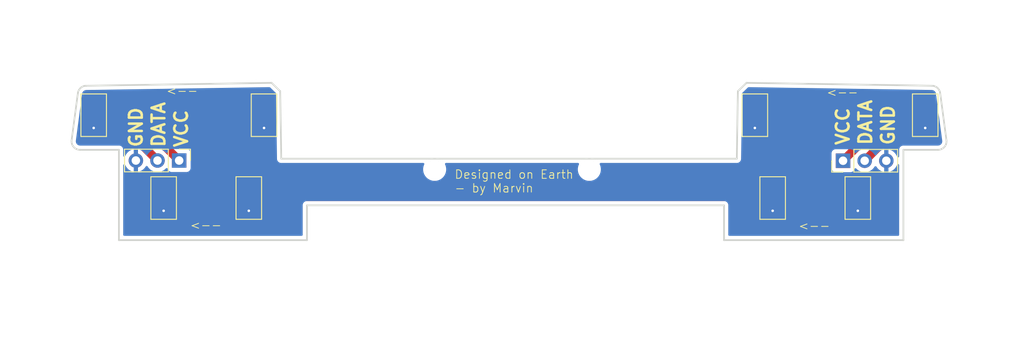
<source format=kicad_pcb>
(kicad_pcb (version 20241229) (generator "pcbnew") (generator_version "9.0")
  (layers (0 "F.Cu" signal) (2 "B.Cu" signal) (13 "F.Paste" user) (15 "B.Paste" user) (5 "F.SilkS" user "F.Silkscreen") (7 "B.SilkS" user "B.Silkscreen") (1 "F.Mask" user) (3 "B.Mask" user) (25 "Edge.Cuts" user))
  (net 0 "")
  (net 1 "Net-(J1-Pin_1)")
  (net 2 "GND")
  (net 3 "Net-(J1-Pin_2)")
  (net 4 "Net-(J2-Pin_1)")
  (net 5 "Net-(J2-Pin_2)")
  (net 6 "Net-(J4-Pin_2)")
  (net 7 "Net-(J4-Pin_1)")
  (net 8 "Net-(J5-Pin_1)")
  (net 9 "Net-(J5-Pin_2)")
  (net 10 "Net-(J6-Pin_1)")
  (net 11 "Net-(J6-Pin_2)")
  (footprint "Connector_PinHeader_2.54mm:PinHeader_1x03_P2.54mm_Vertical" (layer "F.Cu") (at 179.2628 50.1142 90)
    (property "Reference" "J9" (hide yes))
    (property "Value" "Conn_01x03_Pin" (hide yes))
    (fp_line (start -1.33 -1.33) (end 0 -1.33) (stroke (width 0.12)) (layer "F.SilkS"))
    (fp_line (start -1.33 0) (end -1.33 -1.33) (stroke (width 0.12)) (layer "F.SilkS"))
    (fp_line (start 1.33 1.27) (end 1.33 6.41) (stroke (width 0.12)) (layer "F.SilkS"))
    (fp_line (start -1.33 1.27) (end 1.33 1.27) (stroke (width 0.12)) (layer "F.SilkS"))
    (fp_line (start -1.33 1.27) (end -1.33 6.41) (stroke (width 0.12)) (layer "F.SilkS"))
    (fp_line (start -1.33 6.41) (end 1.33 6.41) (stroke (width 0.12)) (layer "F.SilkS"))
    (pad "1" thru_hole rect (at 0 0 90) (size 1.7 1.7) (drill 1) (layers "*.Cu" "*.Mask") (net 10 "Net-(J6-Pin_1)"))
    (pad "2" thru_hole oval (at 0 2.54 90) (size 1.7 1.7) (drill 1) (layers "*.Cu" "*.Mask") (net 11 "Net-(J6-Pin_2)"))
    (pad "3" thru_hole oval (at 0 5.08 90) (size 1.7 1.7) (drill 1) (layers "*.Cu" "*.Mask") (net 2 "GND"))
  )
  (footprint "ws2812:led_pads" (layer "F.Cu") (at 168.91 44.7628 -90)
    (property "Reference" "J5" (hide yes))
    (property "Value" "Conn_01x03_Pin" (hide yes))
    (fp_line (start -2.5 1.5) (end -2.5 -1.5) (stroke (width 0.12)) (layer "F.SilkS"))
    (fp_line (start 2.5 1.5) (end -2.5 1.5) (stroke (width 0.12)) (layer "F.SilkS"))
    (fp_line (start -2.5 -1.5) (end 2.5 -1.5) (stroke (width 0.12)) (layer "F.SilkS"))
    (fp_line (start 2.5 -1.5) (end 2.5 1.5) (stroke (width 0.12)) (layer "F.SilkS"))
    (pad "1" smd rect (at -1.5 0 270) (size 1 2) (layers "F.Cu" "F.Mask" "F.Paste") (net 8 "Net-(J5-Pin_1)"))
    (pad "2" smd rect (at 0 0 270) (size 1 2) (layers "F.Cu" "F.Mask" "F.Paste") (net 9 "Net-(J5-Pin_2)"))
    (pad "3" smd rect (at 1.5 0 270) (size 1 2) (layers "F.Cu" "F.Mask" "F.Paste") (net 2 "GND"))
  )
  (footprint "ws2812:led_pads" (layer "F.Cu") (at 109.5 54.5 -90)
    (property "Reference" "J4" (hide yes))
    (property "Value" "Conn_01x03_Pin" (hide yes))
    (fp_line (start -2.5 1.5) (end -2.5 -1.5) (stroke (width 0.12)) (layer "F.SilkS"))
    (fp_line (start 2.5 1.5) (end -2.5 1.5) (stroke (width 0.12)) (layer "F.SilkS"))
    (fp_line (start -2.5 -1.5) (end 2.5 -1.5) (stroke (width 0.12)) (layer "F.SilkS"))
    (fp_line (start 2.5 -1.5) (end 2.5 1.5) (stroke (width 0.12)) (layer "F.SilkS"))
    (pad "1" smd rect (at -1.5 0 270) (size 1 2) (layers "F.Cu" "F.Mask" "F.Paste") (net 7 "Net-(J4-Pin_1)"))
    (pad "2" smd rect (at 0 0 270) (size 1 2) (layers "F.Cu" "F.Mask" "F.Paste") (net 6 "Net-(J4-Pin_2)"))
    (pad "3" smd rect (at 1.5 0 270) (size 1 2) (layers "F.Cu" "F.Mask" "F.Paste") (net 2 "GND"))
  )
  (footprint "ws2812:led_pads" (layer "F.Cu") (at 171 54.5 -90)
    (property "Reference" "J7" (hide yes))
    (property "Value" "Conn_01x03_Pin" (hide yes))
    (fp_line (start -2.5 1.5) (end -2.5 -1.5) (stroke (width 0.12)) (layer "F.SilkS"))
    (fp_line (start 2.5 1.5) (end -2.5 1.5) (stroke (width 0.12)) (layer "F.SilkS"))
    (fp_line (start -2.5 -1.5) (end 2.5 -1.5) (stroke (width 0.12)) (layer "F.SilkS"))
    (fp_line (start 2.5 -1.5) (end 2.5 1.5) (stroke (width 0.12)) (layer "F.SilkS"))
    (pad "1" smd rect (at -1.5 0 270) (size 1 2) (layers "F.Cu" "F.Mask" "F.Paste") (net 7 "Net-(J4-Pin_1)"))
    (pad "2" smd rect (at 0 0 270) (size 1 2) (layers "F.Cu" "F.Mask" "F.Paste") (net 6 "Net-(J4-Pin_2)"))
    (pad "3" smd rect (at 1.5 0 270) (size 1 2) (layers "F.Cu" "F.Mask" "F.Paste") (net 2 "GND"))
  )
  (footprint "ws2812:led_pads" (layer "F.Cu") (at 99.5 54.5 -90)
    (property "Reference" "J3" (hide yes))
    (property "Value" "Conn_01x03_Pin" (hide yes))
    (fp_line (start -2.5 1.5) (end -2.5 -1.5) (stroke (width 0.12)) (layer "F.SilkS"))
    (fp_line (start 2.5 1.5) (end -2.5 1.5) (stroke (width 0.12)) (layer "F.SilkS"))
    (fp_line (start -2.5 -1.5) (end 2.5 -1.5) (stroke (width 0.12)) (layer "F.SilkS"))
    (fp_line (start 2.5 -1.5) (end 2.5 1.5) (stroke (width 0.12)) (layer "F.SilkS"))
    (pad "1" smd rect (at -1.5 0 270) (size 1 2) (layers "F.Cu" "F.Mask" "F.Paste") (net 4 "Net-(J2-Pin_1)"))
    (pad "2" smd rect (at 0 0 270) (size 1 2) (layers "F.Cu" "F.Mask" "F.Paste") (net 5 "Net-(J2-Pin_2)"))
    (pad "3" smd rect (at 1.5 0 270) (size 1 2) (layers "F.Cu" "F.Mask" "F.Paste") (net 2 "GND"))
  )
  (footprint "Connector_PinHeader_2.54mm:PinHeader_1x03_P2.54mm_Vertical" (layer "F.Cu") (at 101.3206 50.0888 -90)
    (property "Reference" "J10" (hide yes))
    (property "Value" "Conn_01x03_Pin" (hide yes))
    (fp_line (start -1.33 6.41) (end 1.33 6.41) (stroke (width 0.12)) (layer "F.SilkS"))
    (fp_line (start -1.33 1.27) (end -1.33 6.41) (stroke (width 0.12)) (layer "F.SilkS"))
    (fp_line (start -1.33 1.27) (end 1.33 1.27) (stroke (width 0.12)) (layer "F.SilkS"))
    (fp_line (start 1.33 1.27) (end 1.33 6.41) (stroke (width 0.12)) (layer "F.SilkS"))
    (fp_line (start -1.33 0) (end -1.33 -1.33) (stroke (width 0.12)) (layer "F.SilkS"))
    (fp_line (start -1.33 -1.33) (end 0 -1.33) (stroke (width 0.12)) (layer "F.SilkS"))
    (pad "1" thru_hole rect (at 0 0 270) (size 1.7 1.7) (drill 1) (layers "*.Cu" "*.Mask") (net 1 "Net-(J1-Pin_1)"))
    (pad "2" thru_hole oval (at 0 2.54 270) (size 1.7 1.7) (drill 1) (layers "*.Cu" "*.Mask") (net 3 "Net-(J1-Pin_2)"))
    (pad "3" thru_hole oval (at 0 5.08 270) (size 1.7 1.7) (drill 1) (layers "*.Cu" "*.Mask") (net 2 "GND"))
  )
  (footprint "ws2812:led_pads" (layer "F.Cu") (at 181 54.5 -90)
    (property "Reference" "J8" (hide yes))
    (property "Value" "Conn_01x03_Pin" (hide yes))
    (fp_line (start -2.5 1.5) (end -2.5 -1.5) (stroke (width 0.12)) (layer "F.SilkS"))
    (fp_line (start 2.5 1.5) (end -2.5 1.5) (stroke (width 0.12)) (layer "F.SilkS"))
    (fp_line (start -2.5 -1.5) (end 2.5 -1.5) (stroke (width 0.12)) (layer "F.SilkS"))
    (fp_line (start 2.5 -1.5) (end 2.5 1.5) (stroke (width 0.12)) (layer "F.SilkS"))
    (pad "1" smd rect (at -1.5 0 270) (size 1 2) (layers "F.Cu" "F.Mask" "F.Paste") (net 8 "Net-(J5-Pin_1)"))
    (pad "2" smd rect (at 0 0 270) (size 1 2) (layers "F.Cu" "F.Mask" "F.Paste") (net 9 "Net-(J5-Pin_2)"))
    (pad "3" smd rect (at 1.5 0 270) (size 1 2) (layers "F.Cu" "F.Mask" "F.Paste") (net 2 "GND"))
  )
  (footprint "" (layer "F.Cu") (at 149.479 51.1302)
    (property "Reference" "" (at 0 0 0) (layer "F.SilkS") (effects (font (size 1.27 1.27))))
    (property "Value" "")
    (pad "" np_thru_hole circle (at 0 0) (size 2.2 2.2) (drill 2.2) (layers "*.Cu" "*.Mask"))
  )
  (footprint "" (layer "F.Cu") (at 131.318 51.1302)
    (property "Reference" "" (at 0 0 0) (layer "F.SilkS") (effects (font (size 1.27 1.27))))
    (property "Value" "")
    (pad "" np_thru_hole circle (at 0 0) (size 2.2 2.2) (drill 2.2) (layers "*.Cu" "*.Mask"))
  )
  (footprint "ws2812:led_pads" (layer "F.Cu") (at 91.2876 44.7628 -90)
    (property "Reference" "J1" (hide yes))
    (property "Value" "Conn_01x03_Pin" (hide yes))
    (fp_line (start -2.5 1.5) (end -2.5 -1.5) (stroke (width 0.12)) (layer "F.SilkS"))
    (fp_line (start 2.5 1.5) (end -2.5 1.5) (stroke (width 0.12)) (layer "F.SilkS"))
    (fp_line (start -2.5 -1.5) (end 2.5 -1.5) (stroke (width 0.12)) (layer "F.SilkS"))
    (fp_line (start 2.5 -1.5) (end 2.5 1.5) (stroke (width 0.12)) (layer "F.SilkS"))
    (pad "1" smd rect (at -1.5 0 270) (size 1 2) (layers "F.Cu" "F.Mask" "F.Paste") (net 1 "Net-(J1-Pin_1)"))
    (pad "2" smd rect (at 0 0 270) (size 1 2) (layers "F.Cu" "F.Mask" "F.Paste") (net 3 "Net-(J1-Pin_2)"))
    (pad "3" smd rect (at 1.5 0 270) (size 1 2) (layers "F.Cu" "F.Mask" "F.Paste") (net 2 "GND"))
  )
  (footprint "ws2812:led_pads" (layer "F.Cu") (at 188.91 44.7628 -90)
    (property "Reference" "J6" (hide yes))
    (property "Value" "Conn_01x03_Pin" (hide yes))
    (fp_line (start -2.5 1.5) (end -2.5 -1.5) (stroke (width 0.12)) (layer "F.SilkS"))
    (fp_line (start 2.5 1.5) (end -2.5 1.5) (stroke (width 0.12)) (layer "F.SilkS"))
    (fp_line (start -2.5 -1.5) (end 2.5 -1.5) (stroke (width 0.12)) (layer "F.SilkS"))
    (fp_line (start 2.5 -1.5) (end 2.5 1.5) (stroke (width 0.12)) (layer "F.SilkS"))
    (pad "1" smd rect (at -1.5 0 270) (size 1 2) (layers "F.Cu" "F.Mask" "F.Paste") (net 10 "Net-(J6-Pin_1)"))
    (pad "2" smd rect (at 0 0 270) (size 1 2) (layers "F.Cu" "F.Mask" "F.Paste") (net 11 "Net-(J6-Pin_2)"))
    (pad "3" smd rect (at 1.5 0 270) (size 1 2) (layers "F.Cu" "F.Mask" "F.Paste") (net 2 "GND"))
  )
  (footprint "ws2812:led_pads" (layer "F.Cu") (at 111.2876 44.7628 -90)
    (property "Reference" "J2" (hide yes))
    (property "Value" "Conn_01x03_Pin" (hide yes))
    (fp_line (start -2.5 1.5) (end -2.5 -1.5) (stroke (width 0.12)) (layer "F.SilkS"))
    (fp_line (start 2.5 1.5) (end -2.5 1.5) (stroke (width 0.12)) (layer "F.SilkS"))
    (fp_line (start -2.5 -1.5) (end 2.5 -1.5) (stroke (width 0.12)) (layer "F.SilkS"))
    (fp_line (start 2.5 -1.5) (end 2.5 1.5) (stroke (width 0.12)) (layer "F.SilkS"))
    (pad "1" smd rect (at -1.5 0 270) (size 1 2) (layers "F.Cu" "F.Mask" "F.Paste") (net 4 "Net-(J2-Pin_1)"))
    (pad "2" smd rect (at 0 0 270) (size 1 2) (layers "F.Cu" "F.Mask" "F.Paste") (net 5 "Net-(J2-Pin_2)"))
    (pad "3" smd rect (at 1.5 0 270) (size 1 2) (layers "F.Cu" "F.Mask" "F.Paste") (net 2 "GND"))
  )
  (gr_line (start 90.409152 41.295927) (end 90.409152 41.295926) (stroke (width 0.2)) (layer "Edge.Cuts"))
  (gr_line (start 113.310214 49.872982) (end 113.187086 41.942402) (stroke (width 0.2)) (layer "Edge.Cuts"))
  (gr_line (start 94.251115 48.832475) (end 94.251115 59.448528) (stroke (width 0.2)) (layer "Edge.Cuts"))
  (gr_line (start 166.915142 41.942402) (end 166.792014 49.872982) (stroke (width 0.2)) (layer "Edge.Cuts"))
  (gr_arc (start 89.4334 42.164) (mid 89.759996 41.548677) (end 90.409152 41.295927) (stroke (width 0.2)) (layer "Edge.Cuts"))
  (gr_line (start 189.693077 41.295926) (end 167.930546 40.958047) (stroke (width 0.2)) (layer "Edge.Cuts"))
  (gr_line (start 165.289875 59.448528) (end 186.351113 59.448528) (stroke (width 0.2)) (layer "Edge.Cuts"))
  (gr_arc (start 89.688493 48.832475) (mid 88.936228 48.491336) (end 88.697217 47.700671) (stroke (width 0.2)) (layer "Edge.Cuts"))
  (gr_line (start 94.251115 59.448528) (end 116.326086 59.448528) (stroke (width 0.2)) (layer "Edge.Cuts"))
  (gr_line (start 89.4334 42.164) (end 88.697217 47.700671) (stroke (width 0.2)) (layer "Edge.Cuts"))
  (gr_line (start 165.289875 55.359535) (end 165.289875 59.448528) (stroke (width 0.2)) (layer "Edge.Cuts"))
  (gr_line (start 191.405011 47.700671) (end 190.668828 42.164) (stroke (width 0.2)) (layer "Edge.Cuts"))
  (gr_arc (start 191.405011 47.700671) (mid 191.166001 48.491336) (end 190.413736 48.832475) (stroke (width 0.2)) (layer "Edge.Cuts"))
  (gr_line (start 167.930546 40.958047) (end 166.915142 41.942402) (stroke (width 0.2)) (layer "Edge.Cuts"))
  (gr_line (start 112.171683 40.958047) (end 90.409152 41.295926) (stroke (width 0.2)) (layer "Edge.Cuts"))
  (gr_line (start 89.688493 48.832475) (end 94.251115 48.832475) (stroke (width 0.2)) (layer "Edge.Cuts"))
  (gr_line (start 166.792014 49.872982) (end 113.310214 49.872982) (stroke (width 0.2)) (layer "Edge.Cuts"))
  (gr_line (start 113.187086 41.942402) (end 112.171683 40.958047) (stroke (width 0.2)) (layer "Edge.Cuts"))
  (gr_line (start 186.351113 48.832475) (end 190.413736 48.832475) (stroke (width 0.2)) (layer "Edge.Cuts"))
  (gr_line (start 186.351113 59.448528) (end 186.351113 48.832475) (stroke (width 0.2)) (layer "Edge.Cuts"))
  (gr_arc (start 189.693077 41.295926) (mid 190.342233 41.548677) (end 190.668828 42.164) (stroke (width 0.2)) (layer "Edge.Cuts"))
  (gr_line (start 116.326086 59.448528) (end 116.326086 55.359535) (stroke (width 0.2)) (layer "Edge.Cuts"))
  (gr_line (start 116.326086 55.359535) (end 165.289875 55.359535) (stroke (width 0.2)) (layer "Edge.Cuts"))
  (gr_text "GND" (at 185.42 48.4124 90) (layer "F.SilkS") (effects (font (size 1.5 1.5) (thickness 0.3) (bold yes)) (justify left bottom)))
  (gr_text "<--" (at 99.7458 42.4688 0) (layer "F.SilkS") (effects (font (size 1 1) (thickness 0.1)) (justify left bottom)))
  (gr_text "VCC" (at 180.1114 48.4124 90) (layer "F.SilkS") (effects (font (size 1.5 1.5) (thickness 0.3) (bold yes)) (justify left bottom)))
  (gr_text "GND" (at 97.1296 48.6664 90) (layer "F.SilkS") (effects (font (size 1.5 1.5) (thickness 0.3) (bold yes)) (justify left bottom)))
  (gr_text "<--" (at 102.5398 58.2676 0) (layer "F.SilkS") (effects (font (size 1 1) (thickness 0.1)) (justify left bottom)))
  (gr_text "<--" (at 173.9646 58.3438 0) (layer "F.SilkS") (effects (font (size 1 1) (thickness 0.1)) (justify left bottom)))
  (gr_text "<--" (at 177.2666 42.6466 0) (layer "F.SilkS") (effects (font (size 1 1) (thickness 0.1)) (justify left bottom)))
  (gr_text "DATA" (at 99.7839 48.6664 90) (layer "F.SilkS") (effects (font (size 1.5 1.5) (thickness 0.3) (bold yes)) (justify left bottom)))
  (gr_text "VCC\n" (at 102.4382 48.6664 90) (layer "F.SilkS") (effects (font (size 1.5 1.5) (thickness 0.3) (bold yes)) (justify left bottom)))
  (gr_text "DATA" (at 182.7657 48.4124 90) (layer "F.SilkS") (effects (font (size 1.5 1.5) (thickness 0.3) (bold yes)) (justify left bottom)))
  (gr_text "Designed on Earth \n- by Marvin" (at 133.604 53.9242 0) (layer "F.SilkS") (effects (font (size 1 1) (thickness 0.1)) (justify left bottom)))
  (segment (start 94.4946 43.2628) (end 101.3206 50.0888) (width 1) (layer "F.Cu") (net 1))
  (segment (start 91.2876 43.2628) (end 94.4946 43.2628) (width 1) (layer "F.Cu") (net 1))
  (via (at 109.5 56) (size 0.6) (drill 0.3) (layers "F.Cu" "B.Cu") (net 2))
  (via (at 91.2876 46.2628) (size 0.6) (drill 0.3) (layers "F.Cu" "B.Cu") (net 2))
  (via (at 171 56) (size 0.6) (drill 0.3) (layers "F.Cu" "B.Cu") (net 2))
  (via (at 99.5 56) (size 0.6) (drill 0.3) (layers "F.Cu" "B.Cu") (net 2))
  (via (at 168.91 46.2628) (size 0.6) (drill 0.3) (layers "F.Cu" "B.Cu") (net 2))
  (via (at 111.2876 46.2628) (size 0.6) (drill 0.3) (layers "F.Cu" "B.Cu") (net 2))
  (via (at 181 56) (size 0.6) (drill 0.3) (layers "F.Cu" "B.Cu") (net 2))
  (via (at 188.91 46.2628) (size 0.6) (drill 0.3) (layers "F.Cu" "B.Cu") (net 2))
  (segment (start 93.4546 44.7628) (end 98.7806 50.0888) (width 1) (layer "F.Cu") (net 3))
  (segment (start 91.2876 44.7628) (end 93.4546 44.7628) (width 1) (layer "F.Cu") (net 3))
  (segment (start 99.5 53) (end 102.1432 53) (width 1) (layer "F.Cu") (net 4))
  (segment (start 106.241 48.9022) (end 106.241 46.9074) (width 1) (layer "F.Cu") (net 4))
  (segment (start 106.241 46.9074) (end 109.8856 43.2628) (width 1) (layer "F.Cu") (net 4))
  (segment (start 109.8856 43.2628) (end 111.2876 43.2628) (width 1) (layer "F.Cu") (net 4))
  (segment (start 102.1432 53) (end 106.241 48.9022) (width 1) (layer "F.Cu") (net 4))
  (segment (start 107.442 51.562) (end 107.442 47.5996) (width 1) (layer "F.Cu") (net 5))
  (segment (start 99.5 54.5) (end 104.504 54.5) (width 1) (layer "F.Cu") (net 5))
  (segment (start 104.504 54.5) (end 107.442 51.562) (width 1) (layer "F.Cu") (net 5))
  (segment (start 110.2788 44.7628) (end 111.2876 44.7628) (width 1) (layer "F.Cu") (net 5))
  (segment (start 107.442 47.5996) (end 110.2788 44.7628) (width 1) (layer "F.Cu") (net 5))
  (segment (start 109.641465 54.358535) (end 109.5 54.5) (width 1) (layer "F.Cu") (net 6))
  (segment (start 170.858535 54.358535) (end 109.641465 54.358535) (width 1) (layer "F.Cu") (net 6))
  (segment (start 171 54.5) (end 170.858535 54.358535) (width 1) (layer "F.Cu") (net 6))
  (segment (start 171 53) (end 109.5 53) (width 1) (layer "F.Cu") (net 7))
  (segment (start 176.317 53) (end 181 53) (width 1) (layer "F.Cu") (net 8))
  (segment (start 176.0982 48.25253) (end 176.0982 52.7812) (width 1) (layer "F.Cu") (net 8))
  (segment (start 176.0982 52.7812) (end 176.317 53) (width 1) (layer "F.Cu") (net 8))
  (segment (start 171.10847 43.2628) (end 176.0982 48.25253) (width 1) (layer "F.Cu") (net 8))
  (segment (start 168.91 43.2628) (end 171.10847 43.2628) (width 1) (layer "F.Cu") (net 8))
  (segment (start 168.91 44.7628) (end 170.91 44.7628) (width 1) (layer "F.Cu") (net 9))
  (segment (start 174.8536 54.483) (end 174.8706 54.5) (width 1) (layer "F.Cu") (net 9))
  (segment (start 174.8536 48.7064) (end 174.8536 54.483) (width 1) (layer "F.Cu") (net 9))
  (segment (start 174.8706 54.5) (end 181 54.5) (width 1) (layer "F.Cu") (net 9))
  (segment (start 170.91 44.7628) (end 174.8536 48.7064) (width 1) (layer "F.Cu") (net 9))
  (segment (start 186.1142 43.2628) (end 188.91 43.2628) (width 1) (layer "F.Cu") (net 10))
  (segment (start 179.2628 50.1142) (end 186.1142 43.2628) (width 1) (layer "F.Cu") (net 10))
  (segment (start 187.1542 44.7628) (end 188.91 44.7628) (width 1) (layer "F.Cu") (net 11))
  (segment (start 181.8028 50.1142) (end 187.1542 44.7628) (width 1) (layer "F.Cu") (net 11))
  (zone (net 2) (net_name "GND") (layer "B.Cu") (connect_pads (clearance 0.5)) (min_thickness 0.25) (fill yes (thermal_gap 0.5) (thermal_bridge_width 0.5))
    (polygon (pts (xy 200.5076 36.6014) (xy 199.4662 70.9168) (xy 83.1596 71.5264) (xy 80.2894 31.2166)))
  )
)
</source>
